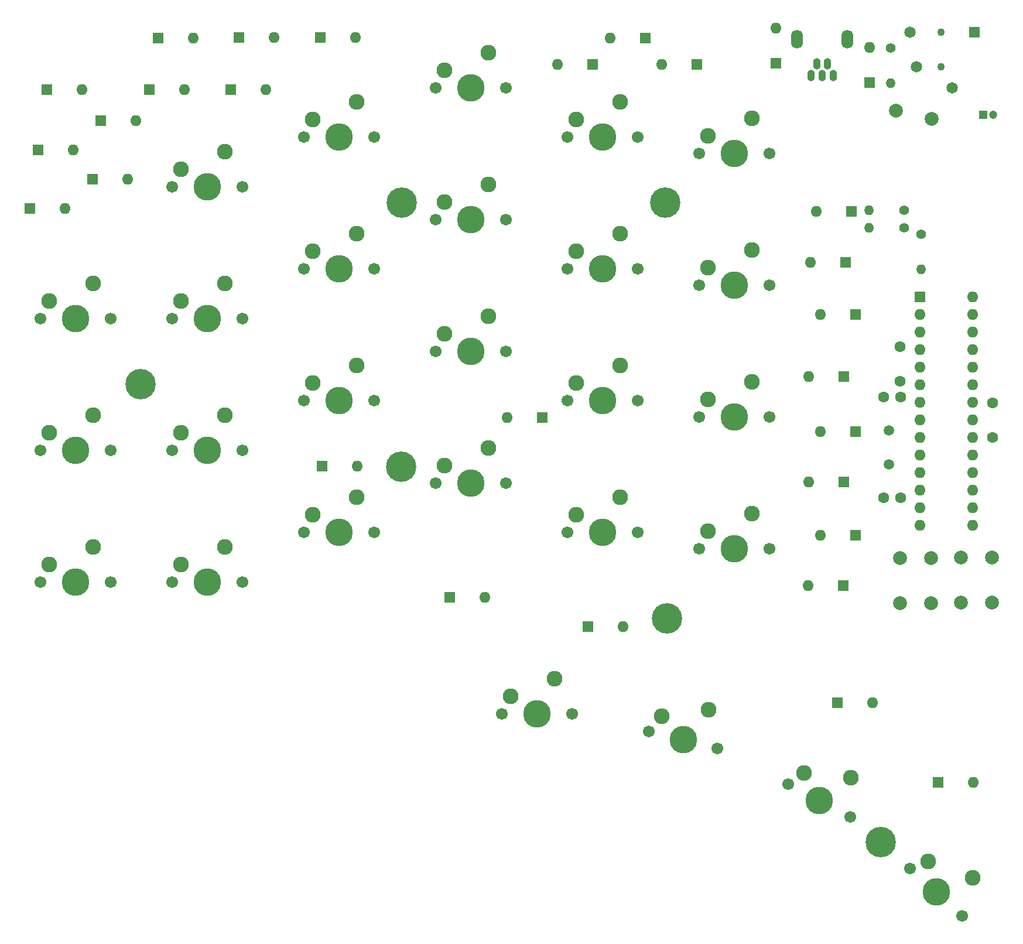
<source format=gts>
G04 #@! TF.GenerationSoftware,KiCad,Pcbnew,(6.0.5)*
G04 #@! TF.CreationDate,2022-10-04T21:39:33-03:00*
G04 #@! TF.ProjectId,bluejay_left,626c7565-6a61-4795-9f6c-6566742e6b69,rev?*
G04 #@! TF.SameCoordinates,Original*
G04 #@! TF.FileFunction,Soldermask,Top*
G04 #@! TF.FilePolarity,Negative*
%FSLAX46Y46*%
G04 Gerber Fmt 4.6, Leading zero omitted, Abs format (unit mm)*
G04 Created by KiCad (PCBNEW (6.0.5)) date 2022-10-04 21:39:33*
%MOMM*%
%LPD*%
G01*
G04 APERTURE LIST*
%ADD10C,1.600000*%
%ADD11R,1.600000X1.600000*%
%ADD12O,1.600000X1.600000*%
%ADD13C,1.500000*%
%ADD14C,3.987800*%
%ADD15C,1.701800*%
%ADD16C,2.286000*%
%ADD17C,1.400000*%
%ADD18O,1.400000X1.400000*%
%ADD19C,4.400000*%
%ADD20O,1.100000X1.650000*%
%ADD21O,1.700000X2.700000*%
%ADD22C,2.000000*%
%ADD23C,1.100000*%
%ADD24R,1.650000X1.650000*%
%ADD25C,1.650000*%
%ADD26R,1.200000X1.200000*%
%ADD27C,1.200000*%
%ADD28C,2.010000*%
G04 APERTURE END LIST*
D10*
X40600000Y-14000000D03*
X43100000Y-14000000D03*
D11*
X-2130000Y-32700000D03*
D12*
X2950000Y-32700000D03*
D13*
X41400000Y-9200000D03*
X41400000Y-4320000D03*
D14*
X19050000Y-2381300D03*
D15*
X13970000Y-2381300D03*
X24130000Y-2381300D03*
D16*
X21590000Y2698700D03*
X15240000Y158700D03*
D14*
X48201200Y-71056300D03*
D15*
X44426024Y-67657117D03*
X51976376Y-74455483D03*
D16*
X53487971Y-68980716D03*
X47069410Y-66619325D03*
D11*
X35930000Y27400000D03*
D12*
X30850000Y27400000D03*
D14*
X-76200000Y11906300D03*
D15*
X-81280000Y11906300D03*
X-71120000Y11906300D03*
D16*
X-73660000Y16986300D03*
X-80010000Y14446300D03*
D15*
X-24130000Y26193800D03*
D14*
X-19050000Y26193800D03*
D15*
X-13970000Y26193800D03*
D16*
X-16510000Y31273800D03*
X-22860000Y28733800D03*
D14*
X-38100000Y38100000D03*
D15*
X-33020000Y38100000D03*
X-43180000Y38100000D03*
D16*
X-35560000Y43180000D03*
X-41910000Y40640000D03*
D14*
X-19050000Y7143800D03*
D15*
X-13970000Y7143800D03*
X-24130000Y7143800D03*
D16*
X-16510000Y12223800D03*
X-22860000Y9683800D03*
D11*
X38580000Y45960000D03*
D12*
X38580000Y51040000D03*
D11*
X-65530000Y44950000D03*
D12*
X-60450000Y44950000D03*
D14*
X-57150000Y-7143800D03*
D15*
X-62230000Y-7143800D03*
X-52070000Y-7143800D03*
D16*
X-54610000Y-2063800D03*
X-60960000Y-4603800D03*
D11*
X45900000Y15000000D03*
D12*
X45900000Y12460000D03*
X45900000Y9920000D03*
X45900000Y7380000D03*
X45900000Y4840000D03*
X45900000Y2300000D03*
X45900000Y-240000D03*
X45900000Y-2780000D03*
X45900000Y-5320000D03*
X45900000Y-7860000D03*
X45900000Y-10400000D03*
X45900000Y-12940000D03*
X45900000Y-15480000D03*
X45900000Y-18020000D03*
X53520000Y-18020000D03*
X53520000Y-15480000D03*
X53520000Y-12940000D03*
X53520000Y-10400000D03*
X53520000Y-7860000D03*
X53520000Y-5320000D03*
X53520000Y-2780000D03*
X53520000Y-240000D03*
X53520000Y2300000D03*
X53520000Y4840000D03*
X53520000Y7380000D03*
X53520000Y9920000D03*
X53520000Y12460000D03*
X53520000Y15000000D03*
D11*
X36567500Y-19500000D03*
D12*
X31487500Y-19500000D03*
D11*
X-64317500Y52450000D03*
D12*
X-59237500Y52450000D03*
D15*
X-13970000Y-11906300D03*
D14*
X-19050000Y-11906300D03*
D15*
X-24130000Y-11906300D03*
D16*
X-16510000Y-6826300D03*
X-22860000Y-9366300D03*
D14*
X-57150000Y11906300D03*
D15*
X-52070000Y11906300D03*
X-62230000Y11906300D03*
D16*
X-54610000Y16986300D03*
X-60960000Y14446300D03*
D11*
X36586300Y-4500000D03*
D12*
X31506300Y-4500000D03*
D14*
X-9525000Y-45243800D03*
D15*
X-14605000Y-45243800D03*
X-4445000Y-45243800D03*
D16*
X-6985000Y-40163800D03*
X-13335000Y-42703800D03*
D11*
X-72580000Y40450000D03*
D12*
X-67500000Y40450000D03*
D15*
X24130000Y-21431300D03*
D14*
X19050000Y-21431300D03*
D15*
X13970000Y-21431300D03*
D16*
X21590000Y-16351300D03*
X15240000Y-18891300D03*
D15*
X5080000Y38100000D03*
X-5080000Y38100000D03*
D14*
X0Y38100000D03*
D16*
X2540000Y43180000D03*
X-3810000Y40640000D03*
D15*
X-5080000Y19050000D03*
D14*
X0Y19050000D03*
D15*
X5080000Y19050000D03*
D16*
X2540000Y24130000D03*
X-3810000Y21590000D03*
D11*
X-73780000Y32000000D03*
D12*
X-68700000Y32000000D03*
D10*
X43000000Y2800000D03*
X43000000Y7800000D03*
D14*
X19050000Y16668800D03*
D15*
X24130000Y16668800D03*
X13970000Y16668800D03*
D16*
X21590000Y21748800D03*
X15240000Y19208800D03*
D11*
X34836300Y3500000D03*
D12*
X29756300Y3500000D03*
D14*
X-76200000Y-7143800D03*
D15*
X-71120000Y-7143800D03*
X-81280000Y-7143800D03*
D16*
X-73660000Y-2063800D03*
X-80010000Y-4603800D03*
D15*
X-33020000Y-19050000D03*
X-43180000Y-19050000D03*
D14*
X-38100000Y-19050000D03*
D16*
X-35560000Y-13970000D03*
X-41910000Y-16510000D03*
D11*
X34817500Y-26750000D03*
D12*
X29737500Y-26750000D03*
D17*
X41640000Y50980000D03*
D18*
X41640000Y45900000D03*
D19*
X-29150000Y-9550000D03*
D11*
X25000000Y48782500D03*
D12*
X25000000Y53862500D03*
D14*
X0Y-19050000D03*
D15*
X5080000Y-19050000D03*
X-5080000Y-19050000D03*
D16*
X2540000Y-13970000D03*
X-3810000Y-16510000D03*
D14*
X-57150000Y-26193800D03*
D15*
X-62230000Y-26193800D03*
X-52070000Y-26193800D03*
D16*
X-54610000Y-21113800D03*
X-60960000Y-23653800D03*
D19*
X-29090000Y28590000D03*
D11*
X-52580000Y52500000D03*
D12*
X-47500000Y52500000D03*
D14*
X19050000Y35718800D03*
D15*
X13970000Y35718800D03*
X24130000Y35718800D03*
D16*
X21590000Y40798800D03*
X15240000Y38258800D03*
D11*
X-40830000Y52500000D03*
D12*
X-35750000Y52500000D03*
D11*
X-80380000Y44950000D03*
D12*
X-75300000Y44950000D03*
D11*
X-40580000Y-9500000D03*
D12*
X-35500000Y-9500000D03*
D11*
X35086300Y20000000D03*
D12*
X30006300Y20000000D03*
D19*
X40230000Y-63820000D03*
D11*
X36586300Y12500000D03*
D12*
X31506300Y12500000D03*
D19*
X9000000Y28600000D03*
D11*
X-8770000Y-2400000D03*
D12*
X-13850000Y-2400000D03*
D11*
X-1470000Y48600000D03*
D12*
X-6550000Y48600000D03*
D11*
X-81630000Y36250000D03*
D12*
X-76550000Y36250000D03*
D17*
X43600000Y27500000D03*
D18*
X38520000Y27500000D03*
D11*
X48470000Y-55200000D03*
D12*
X53550000Y-55200000D03*
D14*
X0Y0D03*
D15*
X5080000Y0D03*
X-5080000Y0D03*
D16*
X2540000Y5080000D03*
X-3810000Y2540000D03*
D11*
X34836300Y-11750000D03*
D12*
X29756300Y-11750000D03*
D10*
X56400000Y-5300000D03*
X56400000Y-300000D03*
D20*
X33331200Y46968700D03*
X32531200Y48718700D03*
X31731200Y46968700D03*
X30931200Y48718700D03*
X30131200Y46968700D03*
D21*
X28081200Y52293700D03*
X35381200Y52293700D03*
D15*
X26785826Y-55441384D03*
X35756574Y-60211216D03*
D14*
X31271200Y-57826300D03*
D16*
X35898802Y-54533384D03*
X29099627Y-53794926D03*
D19*
X9300000Y-31520000D03*
D11*
X-22117500Y-28400000D03*
D12*
X-17037500Y-28400000D03*
D19*
X-66800000Y2400000D03*
D10*
X40600000Y500000D03*
X43100000Y500000D03*
D22*
X47450000Y-29250000D03*
X47450000Y-22750000D03*
X42950000Y-22750000D03*
X42950000Y-29250000D03*
D14*
X-19050000Y45243800D03*
D15*
X-13970000Y45243800D03*
X-24130000Y45243800D03*
D16*
X-16510000Y50323800D03*
X-22860000Y47783800D03*
D11*
X-53780000Y44950000D03*
D12*
X-48700000Y44950000D03*
D22*
X51800000Y-22700000D03*
X51800000Y-29200000D03*
X56300000Y-29200000D03*
X56300000Y-22700000D03*
D15*
X-52070000Y30956300D03*
D14*
X-57150000Y30956300D03*
D15*
X-62230000Y30956300D03*
D16*
X-54610000Y36036300D03*
X-60960000Y33496300D03*
D11*
X33970000Y-43650000D03*
D12*
X39050000Y-43650000D03*
D11*
X-82817500Y27750000D03*
D12*
X-77737500Y27750000D03*
D11*
X6180000Y52450000D03*
D12*
X1100000Y52450000D03*
D15*
X-81280000Y-26193800D03*
X-71120000Y-26193800D03*
D14*
X-76200000Y-26193800D03*
D16*
X-73660000Y-21113800D03*
X-80010000Y-23653800D03*
D15*
X-33020000Y0D03*
D14*
X-38100000Y0D03*
D15*
X-43180000Y0D03*
D16*
X-35560000Y5080000D03*
X-41910000Y2540000D03*
D23*
X48950000Y48300000D03*
X48950000Y53300000D03*
D24*
X53750000Y53300000D03*
D25*
X45350000Y48300000D03*
X50550000Y45200000D03*
X44450000Y53300000D03*
D26*
X54981200Y41343700D03*
D27*
X56481200Y41343700D03*
D28*
X47531200Y40743700D03*
X42431200Y41943700D03*
D15*
X6702098Y-47787337D03*
D14*
X11631200Y-49016300D03*
D15*
X16560302Y-50245263D03*
D16*
X15324714Y-44701679D03*
X8548855Y-45630026D03*
D14*
X-38100000Y19050000D03*
D15*
X-33020000Y19050000D03*
X-43180000Y19050000D03*
D16*
X-35560000Y24130000D03*
X-41910000Y21590000D03*
D17*
X43600000Y25000000D03*
D18*
X38520000Y25000000D03*
D17*
X46000000Y24100000D03*
D18*
X46000000Y19020000D03*
D11*
X13630000Y48600000D03*
D12*
X8550000Y48600000D03*
M02*

</source>
